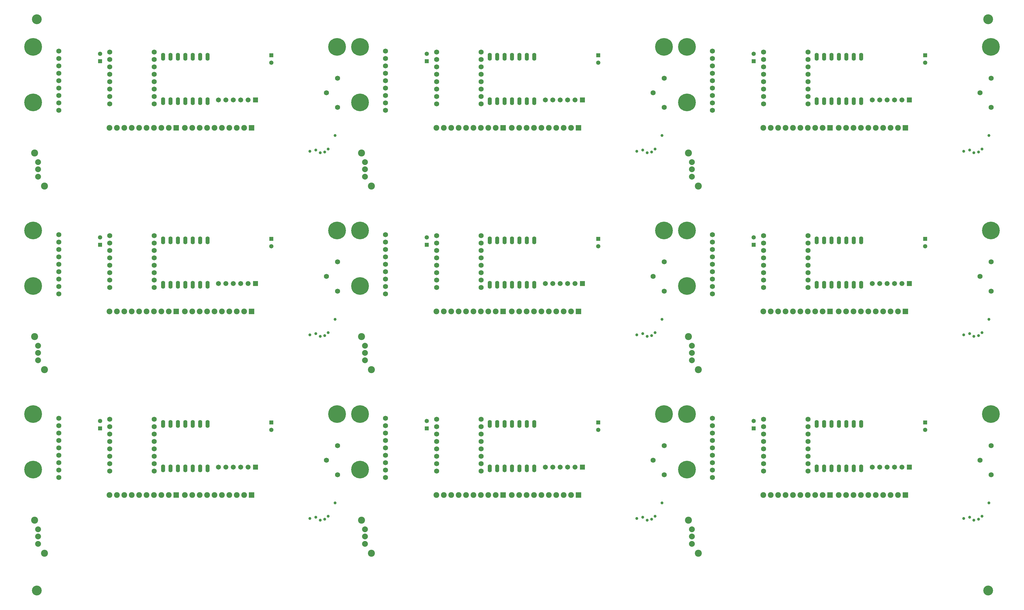
<source format=gbs>
%FSAX24Y24*%
%MOIN*%
G70*
G01*
G75*
G04 Layer_Color=16711935*
%ADD10C,0.0630*%
%ADD11R,0.0630X0.0709*%
G04:AMPARAMS|DCode=12|XSize=24mil|YSize=59.1mil|CornerRadius=0.6mil|HoleSize=0mil|Usage=FLASHONLY|Rotation=270.000|XOffset=0mil|YOffset=0mil|HoleType=Round|Shape=RoundedRectangle|*
%AMROUNDEDRECTD12*
21,1,0.0240,0.0579,0,0,270.0*
21,1,0.0228,0.0591,0,0,270.0*
1,1,0.0012,-0.0289,-0.0114*
1,1,0.0012,-0.0289,0.0114*
1,1,0.0012,0.0289,0.0114*
1,1,0.0012,0.0289,-0.0114*
%
%ADD12ROUNDEDRECTD12*%
G04:AMPARAMS|DCode=13|XSize=24mil|YSize=59.1mil|CornerRadius=0.6mil|HoleSize=0mil|Usage=FLASHONLY|Rotation=180.000|XOffset=0mil|YOffset=0mil|HoleType=Round|Shape=RoundedRectangle|*
%AMROUNDEDRECTD13*
21,1,0.0240,0.0579,0,0,180.0*
21,1,0.0228,0.0591,0,0,180.0*
1,1,0.0012,-0.0114,0.0289*
1,1,0.0012,0.0114,0.0289*
1,1,0.0012,0.0114,-0.0289*
1,1,0.0012,-0.0114,-0.0289*
%
%ADD13ROUNDEDRECTD13*%
%ADD14O,0.0217X0.0689*%
%ADD15O,0.0689X0.0217*%
%ADD16O,0.0787X0.0248*%
%ADD17O,0.0866X0.0236*%
%ADD18R,0.1417X0.0591*%
%ADD19R,0.1378X0.0669*%
%ADD20R,0.0669X0.0984*%
%ADD21R,0.0945X0.1024*%
%ADD22R,0.0591X0.0512*%
%ADD23R,0.0236X0.0453*%
%ADD24R,0.0709X0.0630*%
%ADD25O,0.0591X0.0236*%
%ADD26R,0.0512X0.0591*%
%ADD27R,0.1024X0.0945*%
%ADD28O,0.0236X0.0787*%
%ADD29R,0.1063X0.0630*%
%ADD30R,0.0472X0.1575*%
%ADD31C,0.0394*%
%ADD32C,0.0118*%
%ADD33C,0.0236*%
%ADD34C,0.0330*%
%ADD35C,0.0079*%
%ADD36C,0.0197*%
%ADD37C,0.0157*%
%ADD38R,0.0394X0.0394*%
%ADD39P,0.1114X4X270.0*%
%ADD40R,0.0945X0.0984*%
%ADD41C,0.1250*%
%ADD42O,0.0472X0.0984*%
%ADD43C,0.0600*%
%ADD44C,0.0700*%
%ADD45R,0.0700X0.0700*%
%ADD46C,0.0394*%
%ADD47C,0.1600*%
%ADD48R,0.0591X0.0591*%
%ADD49C,0.0591*%
%ADD50R,0.0500X0.0500*%
%ADD51C,0.0500*%
%ADD52C,0.0709*%
%ADD53C,0.0315*%
%ADD54C,0.0400*%
%ADD55R,0.6594X0.5118*%
%ADD56C,0.1650*%
%ADD57C,0.0636*%
%ADD58C,0.0597*%
G04:AMPARAMS|DCode=59|XSize=83.622mil|YSize=83.622mil|CornerRadius=0mil|HoleSize=0mil|Usage=FLASHONLY|Rotation=0.000|XOffset=0mil|YOffset=0mil|HoleType=Round|Shape=Relief|Width=10mil|Gap=10mil|Entries=4|*
%AMTHD59*
7,0,0,0.0836,0.0636,0.0100,45*
%
%ADD59THD59*%
G04:AMPARAMS|DCode=60|XSize=90mil|YSize=90mil|CornerRadius=0mil|HoleSize=0mil|Usage=FLASHONLY|Rotation=0.000|XOffset=0mil|YOffset=0mil|HoleType=Round|Shape=Relief|Width=10mil|Gap=10mil|Entries=4|*
%AMTHD60*
7,0,0,0.0900,0.0700,0.0100,45*
%
%ADD60THD60*%
%ADD61C,0.0754*%
G04:AMPARAMS|DCode=62|XSize=95.433mil|YSize=95.433mil|CornerRadius=0mil|HoleSize=0mil|Usage=FLASHONLY|Rotation=0.000|XOffset=0mil|YOffset=0mil|HoleType=Round|Shape=Relief|Width=10mil|Gap=10mil|Entries=4|*
%AMTHD62*
7,0,0,0.0954,0.0754,0.0100,45*
%
%ADD62THD62*%
G04:AMPARAMS|DCode=63|XSize=88mil|YSize=88mil|CornerRadius=0mil|HoleSize=0mil|Usage=FLASHONLY|Rotation=0.000|XOffset=0mil|YOffset=0mil|HoleType=Round|Shape=Relief|Width=10mil|Gap=10mil|Entries=4|*
%AMTHD63*
7,0,0,0.0880,0.0680,0.0100,45*
%
%ADD63THD63*%
%ADD64C,0.0680*%
%ADD65C,0.0872*%
%ADD66C,0.0518*%
G04:AMPARAMS|DCode=67|XSize=71.811mil|YSize=71.811mil|CornerRadius=0mil|HoleSize=0mil|Usage=FLASHONLY|Rotation=0.000|XOffset=0mil|YOffset=0mil|HoleType=Round|Shape=Relief|Width=10mil|Gap=10mil|Entries=4|*
%AMTHD67*
7,0,0,0.0718,0.0518,0.0100,45*
%
%ADD67THD67*%
%ADD68C,0.0787*%
%ADD69C,0.0295*%
%ADD70R,0.5118X0.3543*%
%ADD71R,1.4173X0.3543*%
%ADD72C,0.0098*%
%ADD73C,0.0050*%
%ADD74C,0.0080*%
%ADD75C,0.0039*%
%ADD76C,0.0059*%
%ADD77C,0.0100*%
%ADD78R,0.1715X0.0705*%
%ADD79R,0.0815X0.0830*%
%ADD80R,0.0910X0.0580*%
%ADD81R,0.0310X0.1160*%
%ADD82R,0.1673X0.1525*%
%ADD83R,0.4331X0.0320*%
%ADD84R,0.0810X0.0092*%
%ADD85R,0.0663X0.0165*%
%ADD86R,0.0744X0.0120*%
%ADD87R,0.0220X0.0200*%
%ADD88R,0.0040X0.0150*%
%ADD89R,0.0050X0.0230*%
%ADD90R,0.0040X0.0190*%
%ADD91R,0.0110X0.0200*%
%ADD92R,0.0070X0.0160*%
%ADD93R,0.0049X0.0126*%
%ADD94C,0.1417*%
%ADD95R,0.0710X0.0789*%
G04:AMPARAMS|DCode=96|XSize=32mil|YSize=67.1mil|CornerRadius=4.6mil|HoleSize=0mil|Usage=FLASHONLY|Rotation=270.000|XOffset=0mil|YOffset=0mil|HoleType=Round|Shape=RoundedRectangle|*
%AMROUNDEDRECTD96*
21,1,0.0320,0.0579,0,0,270.0*
21,1,0.0228,0.0671,0,0,270.0*
1,1,0.0092,-0.0289,-0.0114*
1,1,0.0092,-0.0289,0.0114*
1,1,0.0092,0.0289,0.0114*
1,1,0.0092,0.0289,-0.0114*
%
%ADD96ROUNDEDRECTD96*%
G04:AMPARAMS|DCode=97|XSize=32mil|YSize=67.1mil|CornerRadius=4.6mil|HoleSize=0mil|Usage=FLASHONLY|Rotation=180.000|XOffset=0mil|YOffset=0mil|HoleType=Round|Shape=RoundedRectangle|*
%AMROUNDEDRECTD97*
21,1,0.0320,0.0579,0,0,180.0*
21,1,0.0228,0.0671,0,0,180.0*
1,1,0.0092,-0.0114,0.0289*
1,1,0.0092,0.0114,0.0289*
1,1,0.0092,0.0114,-0.0289*
1,1,0.0092,-0.0114,-0.0289*
%
%ADD97ROUNDEDRECTD97*%
%ADD98O,0.0374X0.0846*%
%ADD99O,0.0846X0.0374*%
%ADD100O,0.0867X0.0328*%
%ADD101O,0.0946X0.0316*%
%ADD102R,0.1497X0.0671*%
%ADD103R,0.1458X0.0749*%
%ADD104R,0.0749X0.1064*%
%ADD105R,0.1025X0.1104*%
%ADD106R,0.0671X0.0592*%
%ADD107R,0.0316X0.0533*%
%ADD108R,0.0789X0.0710*%
%ADD109O,0.0671X0.0316*%
%ADD110R,0.0592X0.0671*%
%ADD111R,0.1104X0.1025*%
%ADD112O,0.0316X0.0867*%
%ADD113R,0.1143X0.0710*%
%ADD114R,0.0552X0.1655*%
%ADD115C,0.1329*%
%ADD116O,0.0552X0.1064*%
%ADD117C,0.0780*%
%ADD118R,0.0780X0.0780*%
%ADD119C,0.2387*%
%ADD120R,0.0671X0.0671*%
%ADD121C,0.0671*%
%ADD122R,0.0580X0.0580*%
%ADD123C,0.0580*%
%ADD124C,0.0945*%
%ADD125C,0.0789*%
%ADD126C,0.0335*%
D46*
X050298Y039657D02*
D03*
X049826Y039237D02*
D03*
X049208Y039127D02*
D03*
X051230Y041458D02*
D03*
X048620Y039518D02*
D03*
X047818Y039357D02*
D03*
X094392Y039657D02*
D03*
X093920Y039237D02*
D03*
X093302Y039127D02*
D03*
X095324Y041458D02*
D03*
X092714Y039518D02*
D03*
X091912Y039357D02*
D03*
X138487Y039657D02*
D03*
X138015Y039237D02*
D03*
X137397Y039127D02*
D03*
X139419Y041458D02*
D03*
X136809Y039518D02*
D03*
X136007Y039357D02*
D03*
X050298Y064460D02*
D03*
X049826Y064040D02*
D03*
X049208Y063930D02*
D03*
X051230Y066261D02*
D03*
X048620Y064321D02*
D03*
X047818Y064160D02*
D03*
X094392Y064460D02*
D03*
X093920Y064040D02*
D03*
X093302Y063930D02*
D03*
X095324Y066261D02*
D03*
X092714Y064321D02*
D03*
X091912Y064160D02*
D03*
X138487Y064460D02*
D03*
X138015Y064040D02*
D03*
X137397Y063930D02*
D03*
X139419Y066261D02*
D03*
X136809Y064321D02*
D03*
X136007Y064160D02*
D03*
X050298Y089263D02*
D03*
X049826Y088843D02*
D03*
X049208Y088733D02*
D03*
X051230Y091064D02*
D03*
X048620Y089124D02*
D03*
X047818Y088963D02*
D03*
X094392Y089263D02*
D03*
X093920Y088843D02*
D03*
X093302Y088733D02*
D03*
X095324Y091064D02*
D03*
X092714Y089124D02*
D03*
X091912Y088963D02*
D03*
X138487Y089263D02*
D03*
X138015Y088843D02*
D03*
X137397Y088733D02*
D03*
X139419Y091064D02*
D03*
X136809Y089124D02*
D03*
X136007Y088963D02*
D03*
D64*
X026831Y045753D02*
D03*
Y046753D02*
D03*
Y047753D02*
D03*
Y048753D02*
D03*
Y049753D02*
D03*
Y050753D02*
D03*
Y051753D02*
D03*
Y052753D02*
D03*
X020831D02*
D03*
Y051753D02*
D03*
Y050753D02*
D03*
Y049753D02*
D03*
Y048753D02*
D03*
Y047753D02*
D03*
Y046753D02*
D03*
Y045753D02*
D03*
X013937Y052867D02*
D03*
Y051867D02*
D03*
Y050867D02*
D03*
Y049867D02*
D03*
Y048867D02*
D03*
Y047867D02*
D03*
Y046867D02*
D03*
Y045867D02*
D03*
Y044867D02*
D03*
X051537Y049195D02*
D03*
X050037Y047227D02*
D03*
X051537Y045258D02*
D03*
X070925Y045753D02*
D03*
Y046753D02*
D03*
Y047753D02*
D03*
Y048753D02*
D03*
Y049753D02*
D03*
Y050753D02*
D03*
Y051753D02*
D03*
Y052753D02*
D03*
X064925D02*
D03*
Y051753D02*
D03*
Y050753D02*
D03*
Y049753D02*
D03*
Y048753D02*
D03*
Y047753D02*
D03*
Y046753D02*
D03*
Y045753D02*
D03*
X058032Y052867D02*
D03*
Y051867D02*
D03*
Y050867D02*
D03*
Y049867D02*
D03*
Y048867D02*
D03*
Y047867D02*
D03*
Y046867D02*
D03*
Y045867D02*
D03*
Y044867D02*
D03*
X095632Y049195D02*
D03*
X094132Y047227D02*
D03*
X095632Y045258D02*
D03*
X115020Y045753D02*
D03*
Y046753D02*
D03*
Y047753D02*
D03*
Y048753D02*
D03*
Y049753D02*
D03*
Y050753D02*
D03*
Y051753D02*
D03*
Y052753D02*
D03*
X109020D02*
D03*
Y051753D02*
D03*
Y050753D02*
D03*
Y049753D02*
D03*
Y048753D02*
D03*
Y047753D02*
D03*
Y046753D02*
D03*
Y045753D02*
D03*
X102126Y052867D02*
D03*
Y051867D02*
D03*
Y050867D02*
D03*
Y049867D02*
D03*
Y048867D02*
D03*
Y047867D02*
D03*
Y046867D02*
D03*
Y045867D02*
D03*
Y044867D02*
D03*
X139726Y049195D02*
D03*
X138226Y047227D02*
D03*
X139726Y045258D02*
D03*
X026831Y070556D02*
D03*
Y071556D02*
D03*
Y072556D02*
D03*
Y073556D02*
D03*
Y074556D02*
D03*
Y075556D02*
D03*
Y076556D02*
D03*
Y077556D02*
D03*
X020831D02*
D03*
Y076556D02*
D03*
Y075556D02*
D03*
Y074556D02*
D03*
Y073556D02*
D03*
Y072556D02*
D03*
Y071556D02*
D03*
Y070556D02*
D03*
X013937Y077670D02*
D03*
Y076670D02*
D03*
Y075670D02*
D03*
Y074670D02*
D03*
Y073670D02*
D03*
Y072670D02*
D03*
Y071670D02*
D03*
Y070670D02*
D03*
Y069670D02*
D03*
X051537Y073998D02*
D03*
X050037Y072030D02*
D03*
X051537Y070061D02*
D03*
X070925Y070556D02*
D03*
Y071556D02*
D03*
Y072556D02*
D03*
Y073556D02*
D03*
Y074556D02*
D03*
Y075556D02*
D03*
Y076556D02*
D03*
Y077556D02*
D03*
X064925D02*
D03*
Y076556D02*
D03*
Y075556D02*
D03*
Y074556D02*
D03*
Y073556D02*
D03*
Y072556D02*
D03*
Y071556D02*
D03*
Y070556D02*
D03*
X058032Y077670D02*
D03*
Y076670D02*
D03*
Y075670D02*
D03*
Y074670D02*
D03*
Y073670D02*
D03*
Y072670D02*
D03*
Y071670D02*
D03*
Y070670D02*
D03*
Y069670D02*
D03*
X095632Y073998D02*
D03*
X094132Y072030D02*
D03*
X095632Y070061D02*
D03*
X115020Y070556D02*
D03*
Y071556D02*
D03*
Y072556D02*
D03*
Y073556D02*
D03*
Y074556D02*
D03*
Y075556D02*
D03*
Y076556D02*
D03*
Y077556D02*
D03*
X109020D02*
D03*
Y076556D02*
D03*
Y075556D02*
D03*
Y074556D02*
D03*
Y073556D02*
D03*
Y072556D02*
D03*
Y071556D02*
D03*
Y070556D02*
D03*
X102126Y077670D02*
D03*
Y076670D02*
D03*
Y075670D02*
D03*
Y074670D02*
D03*
Y073670D02*
D03*
Y072670D02*
D03*
Y071670D02*
D03*
Y070670D02*
D03*
Y069670D02*
D03*
X139726Y073998D02*
D03*
X138226Y072030D02*
D03*
X139726Y070061D02*
D03*
X026831Y095359D02*
D03*
Y096359D02*
D03*
Y097359D02*
D03*
Y098359D02*
D03*
Y099359D02*
D03*
Y100359D02*
D03*
Y101359D02*
D03*
Y102359D02*
D03*
X020831D02*
D03*
Y101359D02*
D03*
Y100359D02*
D03*
Y099359D02*
D03*
Y098359D02*
D03*
Y097359D02*
D03*
Y096359D02*
D03*
Y095359D02*
D03*
X013937Y102474D02*
D03*
Y101474D02*
D03*
Y100474D02*
D03*
Y099474D02*
D03*
Y098474D02*
D03*
Y097474D02*
D03*
Y096474D02*
D03*
Y095474D02*
D03*
Y094474D02*
D03*
X051537Y098802D02*
D03*
X050037Y096833D02*
D03*
X051537Y094865D02*
D03*
X070925Y095359D02*
D03*
Y096359D02*
D03*
Y097359D02*
D03*
Y098359D02*
D03*
Y099359D02*
D03*
Y100359D02*
D03*
Y101359D02*
D03*
Y102359D02*
D03*
X064925D02*
D03*
Y101359D02*
D03*
Y100359D02*
D03*
Y099359D02*
D03*
Y098359D02*
D03*
Y097359D02*
D03*
Y096359D02*
D03*
Y095359D02*
D03*
X058032Y102474D02*
D03*
Y101474D02*
D03*
Y100474D02*
D03*
Y099474D02*
D03*
Y098474D02*
D03*
Y097474D02*
D03*
Y096474D02*
D03*
Y095474D02*
D03*
Y094474D02*
D03*
X095632Y098802D02*
D03*
X094132Y096833D02*
D03*
X095632Y094865D02*
D03*
X115020Y095359D02*
D03*
Y096359D02*
D03*
Y097359D02*
D03*
Y098359D02*
D03*
Y099359D02*
D03*
Y100359D02*
D03*
Y101359D02*
D03*
Y102359D02*
D03*
X109020D02*
D03*
Y101359D02*
D03*
Y100359D02*
D03*
Y099359D02*
D03*
Y098359D02*
D03*
Y097359D02*
D03*
Y096359D02*
D03*
Y095359D02*
D03*
X102126Y102474D02*
D03*
Y101474D02*
D03*
Y100474D02*
D03*
Y099474D02*
D03*
Y098474D02*
D03*
Y097474D02*
D03*
Y096474D02*
D03*
Y095474D02*
D03*
Y094474D02*
D03*
X139726Y098802D02*
D03*
X138226Y096833D02*
D03*
X139726Y094865D02*
D03*
D115*
X010986Y106773D02*
D03*
X139333D02*
D03*
Y029607D02*
D03*
X010986D02*
D03*
D116*
X034004Y046104D02*
D03*
X033004D02*
D03*
X032004D02*
D03*
X031004D02*
D03*
X030004D02*
D03*
X029004D02*
D03*
X028004D02*
D03*
X034004Y052104D02*
D03*
X033004D02*
D03*
X032004D02*
D03*
X031004D02*
D03*
X030004D02*
D03*
X029004D02*
D03*
X028004D02*
D03*
X078098Y046104D02*
D03*
X077098D02*
D03*
X076098D02*
D03*
X075098D02*
D03*
X074098D02*
D03*
X073098D02*
D03*
X072098D02*
D03*
X078098Y052104D02*
D03*
X077098D02*
D03*
X076098D02*
D03*
X075098D02*
D03*
X074098D02*
D03*
X073098D02*
D03*
X072098D02*
D03*
X122193Y046104D02*
D03*
X121193D02*
D03*
X120193D02*
D03*
X119193D02*
D03*
X118193D02*
D03*
X117193D02*
D03*
X116193D02*
D03*
X122193Y052104D02*
D03*
X121193D02*
D03*
X120193D02*
D03*
X119193D02*
D03*
X118193D02*
D03*
X117193D02*
D03*
X116193D02*
D03*
X034004Y070907D02*
D03*
X033004D02*
D03*
X032004D02*
D03*
X031004D02*
D03*
X030004D02*
D03*
X029004D02*
D03*
X028004D02*
D03*
X034004Y076907D02*
D03*
X033004D02*
D03*
X032004D02*
D03*
X031004D02*
D03*
X030004D02*
D03*
X029004D02*
D03*
X028004D02*
D03*
X078098Y070907D02*
D03*
X077098D02*
D03*
X076098D02*
D03*
X075098D02*
D03*
X074098D02*
D03*
X073098D02*
D03*
X072098D02*
D03*
X078098Y076907D02*
D03*
X077098D02*
D03*
X076098D02*
D03*
X075098D02*
D03*
X074098D02*
D03*
X073098D02*
D03*
X072098D02*
D03*
X122193Y070907D02*
D03*
X121193D02*
D03*
X120193D02*
D03*
X119193D02*
D03*
X118193D02*
D03*
X117193D02*
D03*
X116193D02*
D03*
X122193Y076907D02*
D03*
X121193D02*
D03*
X120193D02*
D03*
X119193D02*
D03*
X118193D02*
D03*
X117193D02*
D03*
X116193D02*
D03*
X034004Y095710D02*
D03*
X033004D02*
D03*
X032004D02*
D03*
X031004D02*
D03*
X030004D02*
D03*
X029004D02*
D03*
X028004D02*
D03*
X034004Y101710D02*
D03*
X033004D02*
D03*
X032004D02*
D03*
X031004D02*
D03*
X030004D02*
D03*
X029004D02*
D03*
X028004D02*
D03*
X078098Y095710D02*
D03*
X077098D02*
D03*
X076098D02*
D03*
X075098D02*
D03*
X074098D02*
D03*
X073098D02*
D03*
X072098D02*
D03*
X078098Y101710D02*
D03*
X077098D02*
D03*
X076098D02*
D03*
X075098D02*
D03*
X074098D02*
D03*
X073098D02*
D03*
X072098D02*
D03*
X122193Y095710D02*
D03*
X121193D02*
D03*
X120193D02*
D03*
X119193D02*
D03*
X118193D02*
D03*
X117193D02*
D03*
X116193D02*
D03*
X122193Y101710D02*
D03*
X121193D02*
D03*
X120193D02*
D03*
X119193D02*
D03*
X118193D02*
D03*
X117193D02*
D03*
X116193D02*
D03*
D117*
X020799Y042501D02*
D03*
X021799D02*
D03*
X022799D02*
D03*
X023799D02*
D03*
X024799D02*
D03*
X025799D02*
D03*
X026799D02*
D03*
X027799D02*
D03*
X028799D02*
D03*
X030965D02*
D03*
X031965D02*
D03*
X032965D02*
D03*
X033965D02*
D03*
X034965D02*
D03*
X035965D02*
D03*
X036965D02*
D03*
X037965D02*
D03*
X038965D02*
D03*
X064894D02*
D03*
X065894D02*
D03*
X066894D02*
D03*
X067894D02*
D03*
X068894D02*
D03*
X069894D02*
D03*
X070894D02*
D03*
X071894D02*
D03*
X072894D02*
D03*
X075059D02*
D03*
X076059D02*
D03*
X077059D02*
D03*
X078059D02*
D03*
X079059D02*
D03*
X080059D02*
D03*
X081059D02*
D03*
X082059D02*
D03*
X083059D02*
D03*
X108988D02*
D03*
X109988D02*
D03*
X110988D02*
D03*
X111988D02*
D03*
X112988D02*
D03*
X113988D02*
D03*
X114988D02*
D03*
X115988D02*
D03*
X116988D02*
D03*
X119154D02*
D03*
X120154D02*
D03*
X121154D02*
D03*
X122154D02*
D03*
X123154D02*
D03*
X124154D02*
D03*
X125154D02*
D03*
X126154D02*
D03*
X127154D02*
D03*
X020799Y067304D02*
D03*
X021799D02*
D03*
X022799D02*
D03*
X023799D02*
D03*
X024799D02*
D03*
X025799D02*
D03*
X026799D02*
D03*
X027799D02*
D03*
X028799D02*
D03*
X030965D02*
D03*
X031965D02*
D03*
X032965D02*
D03*
X033965D02*
D03*
X034965D02*
D03*
X035965D02*
D03*
X036965D02*
D03*
X037965D02*
D03*
X038965D02*
D03*
X064894D02*
D03*
X065894D02*
D03*
X066894D02*
D03*
X067894D02*
D03*
X068894D02*
D03*
X069894D02*
D03*
X070894D02*
D03*
X071894D02*
D03*
X072894D02*
D03*
X075059D02*
D03*
X076059D02*
D03*
X077059D02*
D03*
X078059D02*
D03*
X079059D02*
D03*
X080059D02*
D03*
X081059D02*
D03*
X082059D02*
D03*
X083059D02*
D03*
X108988D02*
D03*
X109988D02*
D03*
X110988D02*
D03*
X111988D02*
D03*
X112988D02*
D03*
X113988D02*
D03*
X114988D02*
D03*
X115988D02*
D03*
X116988D02*
D03*
X119154D02*
D03*
X120154D02*
D03*
X121154D02*
D03*
X122154D02*
D03*
X123154D02*
D03*
X124154D02*
D03*
X125154D02*
D03*
X126154D02*
D03*
X127154D02*
D03*
X020799Y092107D02*
D03*
X021799D02*
D03*
X022799D02*
D03*
X023799D02*
D03*
X024799D02*
D03*
X025799D02*
D03*
X026799D02*
D03*
X027799D02*
D03*
X028799D02*
D03*
X030965D02*
D03*
X031965D02*
D03*
X032965D02*
D03*
X033965D02*
D03*
X034965D02*
D03*
X035965D02*
D03*
X036965D02*
D03*
X037965D02*
D03*
X038965D02*
D03*
X064894D02*
D03*
X065894D02*
D03*
X066894D02*
D03*
X067894D02*
D03*
X068894D02*
D03*
X069894D02*
D03*
X070894D02*
D03*
X071894D02*
D03*
X072894D02*
D03*
X075059D02*
D03*
X076059D02*
D03*
X077059D02*
D03*
X078059D02*
D03*
X079059D02*
D03*
X080059D02*
D03*
X081059D02*
D03*
X082059D02*
D03*
X083059D02*
D03*
X108988D02*
D03*
X109988D02*
D03*
X110988D02*
D03*
X111988D02*
D03*
X112988D02*
D03*
X113988D02*
D03*
X114988D02*
D03*
X115988D02*
D03*
X116988D02*
D03*
X119154D02*
D03*
X120154D02*
D03*
X121154D02*
D03*
X122154D02*
D03*
X123154D02*
D03*
X124154D02*
D03*
X125154D02*
D03*
X126154D02*
D03*
X127154D02*
D03*
D118*
X029799Y042501D02*
D03*
X039965D02*
D03*
X073894D02*
D03*
X084059D02*
D03*
X117988D02*
D03*
X128154D02*
D03*
X029799Y067304D02*
D03*
X039965D02*
D03*
X073894D02*
D03*
X084059D02*
D03*
X117988D02*
D03*
X128154D02*
D03*
X029799Y092107D02*
D03*
X039965D02*
D03*
X073894D02*
D03*
X084059D02*
D03*
X117988D02*
D03*
X128154D02*
D03*
D119*
X051500Y053438D02*
D03*
X010500D02*
D03*
Y045938D02*
D03*
X095594Y053438D02*
D03*
X054594D02*
D03*
Y045938D02*
D03*
X139689Y053438D02*
D03*
X098689D02*
D03*
Y045938D02*
D03*
X051500Y078241D02*
D03*
X010500D02*
D03*
Y070741D02*
D03*
X095594Y078241D02*
D03*
X054594D02*
D03*
Y070741D02*
D03*
X139689Y078241D02*
D03*
X098689D02*
D03*
Y070741D02*
D03*
X051500Y103044D02*
D03*
X010500D02*
D03*
Y095544D02*
D03*
X095594Y103044D02*
D03*
X054594D02*
D03*
Y095544D02*
D03*
X139689Y103044D02*
D03*
X098689D02*
D03*
Y095544D02*
D03*
D120*
X040488Y046267D02*
D03*
X084582D02*
D03*
X128677D02*
D03*
X040488Y071070D02*
D03*
X084582D02*
D03*
X128677D02*
D03*
X040488Y095873D02*
D03*
X084582D02*
D03*
X128677D02*
D03*
D121*
X039488Y046267D02*
D03*
X038488D02*
D03*
X037488D02*
D03*
X036488D02*
D03*
X035488D02*
D03*
X083582D02*
D03*
X082582D02*
D03*
X081582D02*
D03*
X080582D02*
D03*
X079582D02*
D03*
X127677D02*
D03*
X126677D02*
D03*
X125677D02*
D03*
X124677D02*
D03*
X123677D02*
D03*
X039488Y071070D02*
D03*
X038488D02*
D03*
X037488D02*
D03*
X036488D02*
D03*
X035488D02*
D03*
X083582D02*
D03*
X082582D02*
D03*
X081582D02*
D03*
X080582D02*
D03*
X079582D02*
D03*
X127677D02*
D03*
X126677D02*
D03*
X125677D02*
D03*
X124677D02*
D03*
X123677D02*
D03*
X039488Y095873D02*
D03*
X038488D02*
D03*
X037488D02*
D03*
X036488D02*
D03*
X035488D02*
D03*
X083582D02*
D03*
X082582D02*
D03*
X081582D02*
D03*
X080582D02*
D03*
X079582D02*
D03*
X127677D02*
D03*
X126677D02*
D03*
X125677D02*
D03*
X124677D02*
D03*
X123677D02*
D03*
D122*
X042628Y052317D02*
D03*
X019502Y051507D02*
D03*
X086722Y052317D02*
D03*
X063597Y051507D02*
D03*
X130817Y052317D02*
D03*
X107691Y051507D02*
D03*
X042628Y077120D02*
D03*
X019502Y076310D02*
D03*
X086722Y077120D02*
D03*
X063597Y076310D02*
D03*
X130817Y077120D02*
D03*
X107691Y076310D02*
D03*
X042628Y101923D02*
D03*
X019502Y101113D02*
D03*
X086722Y101923D02*
D03*
X063597Y101113D02*
D03*
X130817Y101923D02*
D03*
X107691Y101113D02*
D03*
D123*
X042628Y051317D02*
D03*
X019502Y052507D02*
D03*
X086722Y051317D02*
D03*
X063597Y052507D02*
D03*
X130817Y051317D02*
D03*
X107691Y052507D02*
D03*
X042628Y076120D02*
D03*
X019502Y077310D02*
D03*
X086722Y076120D02*
D03*
X063597Y077310D02*
D03*
X130817Y076120D02*
D03*
X107691Y077310D02*
D03*
X042628Y100923D02*
D03*
X019502Y102113D02*
D03*
X086722Y100923D02*
D03*
X063597Y102113D02*
D03*
X130817Y100923D02*
D03*
X107691Y102113D02*
D03*
D124*
X010688Y039103D02*
D03*
X012026Y034654D02*
D03*
X054782Y039103D02*
D03*
X056121Y034654D02*
D03*
X098877Y039103D02*
D03*
X100215Y034654D02*
D03*
X010688Y063906D02*
D03*
X012026Y059457D02*
D03*
X054782Y063906D02*
D03*
X056121Y059457D02*
D03*
X098877Y063906D02*
D03*
X100215Y059457D02*
D03*
X010688Y088709D02*
D03*
X012026Y084260D02*
D03*
X054782Y088709D02*
D03*
X056121Y084260D02*
D03*
X098877Y088709D02*
D03*
X100215Y084260D02*
D03*
D125*
X011160Y037882D02*
D03*
Y036898D02*
D03*
Y035914D02*
D03*
X055254Y037882D02*
D03*
Y036898D02*
D03*
Y035914D02*
D03*
X099349Y037882D02*
D03*
Y036898D02*
D03*
Y035914D02*
D03*
X011160Y062686D02*
D03*
Y061701D02*
D03*
Y060717D02*
D03*
X055254Y062686D02*
D03*
Y061701D02*
D03*
Y060717D02*
D03*
X099349Y062686D02*
D03*
Y061701D02*
D03*
Y060717D02*
D03*
X011160Y087489D02*
D03*
Y086504D02*
D03*
Y085520D02*
D03*
X055254Y087489D02*
D03*
Y086504D02*
D03*
Y085520D02*
D03*
X099349Y087489D02*
D03*
Y086504D02*
D03*
Y085520D02*
D03*
M02*

</source>
